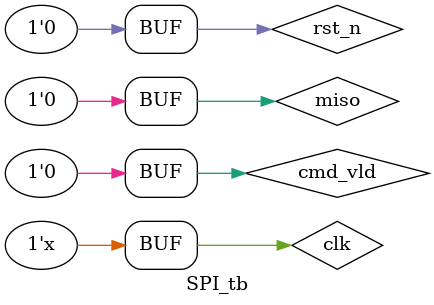
<source format=v>
`include "SPI.v"
module SPI_tb;

  // Parameters
  localparam  CMD_WIDTH = 12;
  localparam  READ_WIDTH = 8;

  // Ports
  reg clk = 0;
  reg rst_n = 0;
  reg [ CMD_WIDTH-1:0] cmd_in;
  wire cmd_rdy;
  reg cmd_vld = 0;
  wire sclk;
  wire cs;
  wire mosi;
  reg miso = 0;
  wire read_vld;
  wire [READ_WIDTH-1:0] read_data;

  SPI 
  #(
    .CMD_WIDTH(CMD_WIDTH ),
    .READ_WIDTH (
        READ_WIDTH )
  )
  SPI_dut (
    .clk (clk ),
    .rst_n (rst_n ),
    .cmd_in (cmd_in ),
    .cmd_rdy (cmd_rdy ),
    .cmd_vld (cmd_vld ),
    .sclk (sclk ),
    .cs (cs ),
    .mosi (mosi ),
    .miso (miso ),
    .read_vld (read_vld ),
    .read_data  ( read_data)
  );

  initial begin
    begin
        #10 rst_n =
      $finish;
    end
  end

  always
    #5  clk = ! clk ;
task wt;
begin
  
end
endtask
endmodule

</source>
